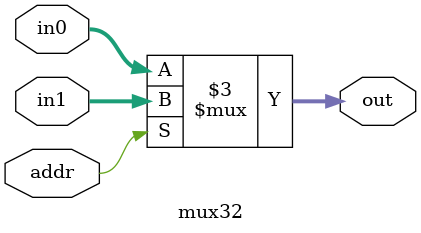
<source format=v>
module mux32(out,in0,in1,addr);//2to1 MUX
  output[31:0] out;
  input[31:0] in0,in1;
  input addr;
  reg[31:0] out;

  always @(in0 or in1 or addr)	//地址为1'b0时，输出in0,地址为1'b1时，输出in1
    begin
	  if(addr)out=in1;
	  else out=in0;
	end
endmodule

</source>
